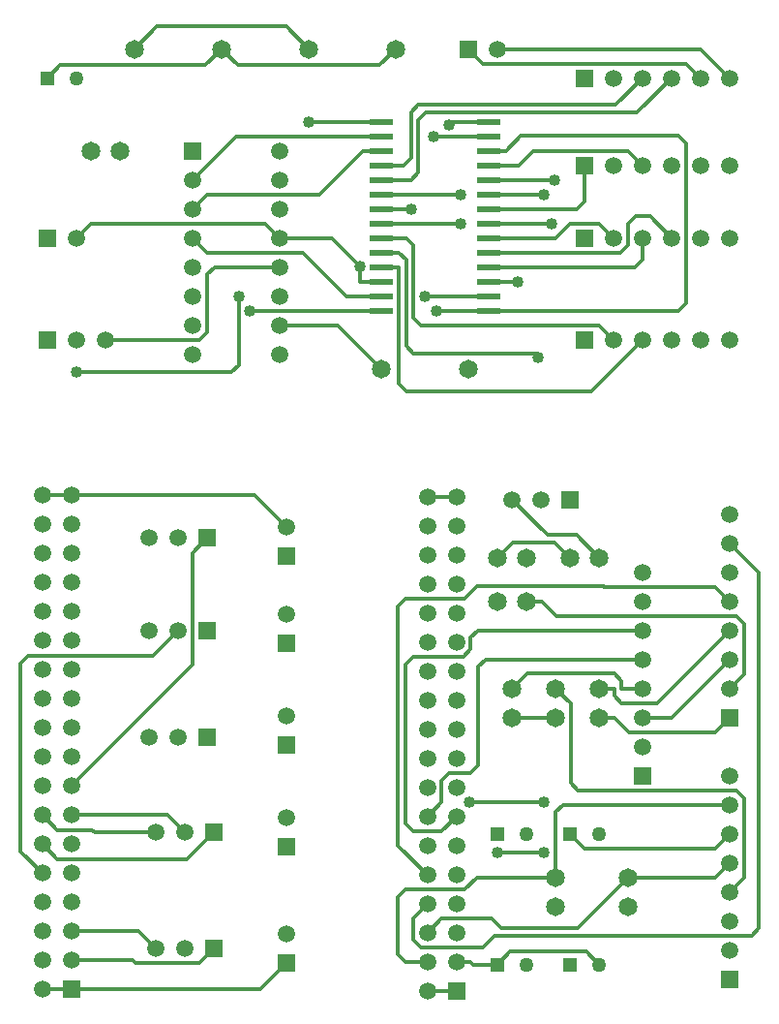
<source format=gbr>
G04 DipTrace 2.4.0.2*
%INTop.gbr*%
%MOIN*%
%ADD13C,0.013*%
%ADD14C,0.065*%
%ADD15C,0.05*%
%ADD16R,0.05X0.05*%
%ADD17R,0.0591X0.0591*%
%ADD18C,0.0591*%
%ADD19R,0.0787X0.0236*%
%ADD20C,0.04*%
%FSLAX44Y44*%
G04*
G70*
G90*
G75*
G01*
%LNTop*%
%LPD*%
X29440Y14940D2*
D13*
X28930Y14430D1*
X25970D1*
X25460Y14940D1*
X24940D1*
X23440D2*
X21940D1*
X20030Y5530D2*
X19030D1*
X29440Y16940D2*
X27440Y14940D1*
X26440D1*
X21440Y20440D2*
X21960Y20960D1*
X23420D1*
X23940Y20440D1*
X20030Y22530D2*
X19030D1*
X17440Y26940D2*
X15940Y28440D1*
X13940D1*
X14940Y37940D2*
X14161Y38720D1*
X9720D1*
X8940Y37940D1*
X19338Y28940D2*
X21141D1*
X14940Y35440D2*
X17440D1*
X21141Y28940D2*
X27670D1*
X27930Y29200D1*
Y34690D1*
X27670Y34950D1*
X22239D1*
X21730Y34440D1*
X21141D1*
X6940Y31440D2*
X7430Y31930D1*
X13450D1*
X13940Y31440D1*
X5940Y36940D2*
X6385Y37385D1*
X11385D1*
X11940Y37940D1*
X16717Y30470D2*
Y29940D1*
X17440D1*
X13940Y31440D2*
X15746D1*
X16717Y30470D1*
X11940Y37940D2*
X12495Y37385D1*
X17385D1*
X17940Y37940D1*
X19250Y34940D2*
X21141D1*
X19780Y35335D2*
X19885Y35440D1*
X21141D1*
X10940Y33440D2*
X12440Y34940D1*
X17440D1*
X10940Y32440D2*
X11430Y32930D1*
X15297D1*
X16807Y34440D1*
X17440D1*
X10940Y31440D2*
X11450Y30930D1*
X14742D1*
X16232Y29440D1*
X17440D1*
X12920Y28940D2*
X17440D1*
X18943Y29440D2*
X21141D1*
X22124Y29940D2*
X21141D1*
X6940Y26815D2*
X12265D1*
X12525Y27075D1*
Y29440D1*
X7940Y27940D2*
X11170D1*
X11430Y28200D1*
Y30180D1*
X11690Y30440D1*
X13940D1*
X18460Y32440D2*
X17440D1*
X20174Y32940D2*
X17440D1*
X26440Y36940D2*
X25513Y36013D1*
X18720D1*
X18460Y35753D1*
Y34200D1*
X18200Y33940D1*
X17440D1*
X27440Y36940D2*
X26253Y35753D1*
X18980D1*
X18720Y35493D1*
Y33700D1*
X18460Y33440D1*
X17440D1*
X24440Y33940D2*
Y32700D1*
X24180Y32440D1*
X21141D1*
X23036Y32940D2*
X21141D1*
X26440Y33940D2*
X25950Y34430D1*
X22658D1*
X22168Y33940D1*
X21141D1*
X23411Y33440D2*
X21141D1*
X23295Y31940D2*
X21141D1*
X25440Y31440D2*
X24950Y31930D1*
X23935D1*
X23445Y31440D1*
X21141D1*
X26440D2*
Y30700D1*
X26180Y30440D1*
X21141D1*
X27440Y31440D2*
X26690Y32190D1*
X26190D1*
X25930Y31930D1*
Y31200D1*
X25670Y30940D1*
X21141D1*
X20180Y31940D2*
X17440D1*
X25440Y27940D2*
X24950Y28430D1*
X18808D1*
X18548Y28690D1*
Y31180D1*
X18289Y31440D1*
X17440D1*
X26440Y27940D2*
X24661Y26161D1*
X18289D1*
X18029Y26420D1*
Y30440D1*
X17440D1*
Y30940D2*
X18029D1*
X18289Y30680D1*
Y27720D1*
X18548Y27460D1*
X22846D1*
Y27315D1*
X29440Y36940D2*
X28440Y37940D1*
X21440D1*
X24940Y6440D2*
X24495Y6885D1*
X21885D1*
X21440Y6440D1*
X20610D1*
X20520Y6530D1*
X20030D1*
X19030D2*
X18280D1*
X18020Y6790D1*
Y8760D1*
X18280Y9020D1*
X20310D1*
X20730Y9440D1*
X23440D1*
Y11680D1*
X23700Y11940D1*
X29440D1*
X23940Y10940D2*
X24450Y10430D1*
X28930D1*
X29440Y10940D1*
X28440Y36940D2*
X27950Y37430D1*
X20950D1*
X20440Y37940D1*
X29440Y9940D2*
X28940Y9440D1*
X25940D1*
X24190Y7690D1*
X21565D1*
X21235Y8020D1*
X19520D1*
X19030Y7530D1*
X23440Y15940D2*
X23960Y15420D1*
Y12690D1*
X24220Y12430D1*
X29670D1*
X29930Y12170D1*
Y9430D1*
X29440Y8940D1*
X24940Y15940D2*
X25460D1*
Y15690D1*
X25720Y15430D1*
X26930D1*
X29440Y17940D1*
X21940Y15940D2*
X22460Y16460D1*
X25460D1*
X25720Y16200D1*
Y15940D1*
X26440D1*
X22440Y18940D2*
X22960D1*
X23470Y18430D1*
X29670D1*
X29930Y18170D1*
Y16430D1*
X29440Y15940D1*
X24940Y20440D2*
X24161Y21220D1*
X23161D1*
X21940Y22440D1*
X21440Y10280D2*
X23045D1*
X29440Y20940D2*
X30450Y19930D1*
Y7690D1*
X30190Y7430D1*
X21345D1*
X20935Y7020D1*
X18800D1*
X18540Y7280D1*
Y8040D1*
X19030Y8530D1*
X29440Y18940D2*
X28950Y19430D1*
X25118D1*
X25089Y19460D1*
X20740D1*
X20301Y19020D1*
X18280D1*
X18020Y18760D1*
Y10540D1*
X19030Y9530D1*
X20472Y12020D2*
X23045D1*
X20030Y11530D2*
X19520Y11020D1*
X18540D1*
X18280Y11280D1*
Y16760D1*
X18540Y17020D1*
X20260D1*
X20520Y17280D1*
Y17680D1*
X20780Y17940D1*
X26440D1*
X19030Y11530D2*
X19520Y12020D1*
Y12760D1*
X19780Y13020D1*
X20520D1*
X20780Y13280D1*
Y16680D1*
X21040Y16940D1*
X26440D1*
X5760Y5580D2*
X6760D1*
X13260D1*
X14170Y6490D1*
X6760Y6580D2*
X8880D1*
X8960Y6500D1*
X11180D1*
X11670Y6990D1*
X5760Y22580D2*
X6760D1*
X13080D1*
X14170Y21490D1*
X9670Y6990D2*
X9080Y7580D1*
X6760D1*
X10440Y17940D2*
X9570Y17070D1*
X5270D1*
X5010Y16811D1*
Y10330D1*
X5760Y9580D1*
X11670Y10990D2*
X10750Y10070D1*
X6270D1*
X5760Y10580D1*
X10670Y10990D2*
X10080Y11580D1*
X6760D1*
X9670Y10990D2*
X7562D1*
X7482Y11070D1*
X6270D1*
X5760Y11580D1*
X11440Y21120D2*
X10930Y20610D1*
Y16750D1*
X6760Y12580D1*
D20*
X19338Y28940D3*
X14940Y35440D3*
X16717Y30470D3*
X19250Y34940D3*
X19780Y35335D3*
X12920Y28940D3*
X18943Y29440D3*
X22124Y29940D3*
X12525Y29440D3*
X6940Y26815D3*
X18460Y32440D3*
X20174Y32940D3*
X23036D3*
X23411Y33440D3*
X23295Y31940D3*
X20180D3*
X22846Y27315D3*
X23045Y10280D3*
X21440D3*
X23045Y12020D3*
X20472D3*
D14*
X14940Y37940D3*
X17940D3*
X8940D3*
X11940D3*
X17440Y26940D3*
X20440D3*
D15*
X6940Y36940D3*
D16*
X5940D3*
D17*
Y27940D3*
D18*
X6940D3*
X7940D3*
D17*
X5940Y31440D3*
D18*
X6940D3*
D17*
X24440Y36940D3*
D18*
X25440D3*
X26440D3*
X27440D3*
X28440D3*
X29440D3*
D17*
X24440Y33940D3*
D18*
X25440D3*
X26440D3*
X27440D3*
X28440D3*
X29440D3*
D17*
X24440Y31440D3*
D18*
X25440D3*
X26440D3*
X27440D3*
X28440D3*
X29440D3*
D17*
X24440Y27940D3*
D18*
X25440D3*
X26440D3*
X27440D3*
X28440D3*
X29440D3*
D17*
X20440Y37940D3*
D18*
X21440D3*
D14*
X7440Y34440D3*
X8440D3*
D19*
X17440Y35440D3*
Y34940D3*
Y34440D3*
Y33940D3*
Y33440D3*
Y32940D3*
Y32440D3*
Y31940D3*
Y31440D3*
Y30940D3*
Y30440D3*
Y29940D3*
Y29440D3*
Y28940D3*
X21141D3*
Y29440D3*
Y29940D3*
Y30440D3*
Y30940D3*
Y31440D3*
Y31940D3*
Y32440D3*
Y32940D3*
Y33440D3*
Y33940D3*
Y34440D3*
Y34940D3*
Y35440D3*
D17*
X10940Y34440D3*
D18*
Y33440D3*
Y32440D3*
Y31440D3*
Y30440D3*
Y29440D3*
Y28440D3*
Y27440D3*
X13940D3*
Y28440D3*
Y29440D3*
Y30440D3*
Y31440D3*
Y32440D3*
Y33440D3*
Y34440D3*
D15*
X24940Y6440D3*
D16*
X23940D3*
D15*
X22440D3*
D16*
X21440D3*
D15*
X22440Y10940D3*
D16*
X21440D3*
D15*
X24940D3*
D16*
X23940D3*
D17*
X29440Y5940D3*
D18*
Y6940D3*
Y7940D3*
Y8940D3*
Y9940D3*
Y10940D3*
Y11940D3*
Y12940D3*
D17*
X20030Y5530D3*
D18*
X19030D3*
X20030Y6530D3*
X19030D3*
X20030Y7530D3*
X19030D3*
X20030Y8530D3*
X19030D3*
X20030Y9530D3*
X19030D3*
X20030Y10530D3*
X19030D3*
X20030Y11530D3*
X19030D3*
X20030Y12530D3*
X19030D3*
X20030Y13530D3*
X19030D3*
X20030Y14530D3*
X19030D3*
X20030Y15530D3*
X19030D3*
X20030Y16530D3*
X19030D3*
X20030Y17530D3*
X19030D3*
X20030Y18530D3*
X19030D3*
X20030Y19530D3*
X19030D3*
X20030Y20530D3*
X19030D3*
X20030Y21530D3*
X19030D3*
X20030Y22530D3*
X19030D3*
D17*
X29440Y14940D3*
D18*
Y15940D3*
Y16940D3*
Y17940D3*
Y18940D3*
Y19940D3*
Y20940D3*
Y21940D3*
D17*
X26440Y12940D3*
D18*
Y13940D3*
Y14940D3*
Y15940D3*
Y16940D3*
Y17940D3*
Y18940D3*
Y19940D3*
D17*
X23940Y22440D3*
D18*
X22940D3*
X21940D3*
D14*
X22440Y20440D3*
X21440D3*
X22440Y18940D3*
X21440D3*
X24940Y20440D3*
X23940D3*
X23440Y14940D3*
Y15940D3*
X24940Y14940D3*
Y15940D3*
X21940Y14940D3*
Y15940D3*
X23440Y8440D3*
Y9440D3*
X25940Y8440D3*
Y9440D3*
D17*
X6760Y5580D3*
D18*
X5760D3*
X6760Y6580D3*
X5760D3*
X6760Y7580D3*
X5760D3*
X6760Y8580D3*
X5760D3*
X6760Y9580D3*
X5760D3*
X6760Y10580D3*
X5760D3*
X6760Y11580D3*
X5760D3*
X6760Y12580D3*
X5760D3*
X6760Y13580D3*
X5760D3*
X6760Y14580D3*
X5760D3*
X6760Y15580D3*
X5760D3*
X6760Y16580D3*
X5760D3*
X6760Y17580D3*
X5760D3*
X6760Y18580D3*
X5760D3*
X6760Y19580D3*
X5760D3*
X6760Y20580D3*
X5760D3*
X6760Y21580D3*
X5760D3*
X6760Y22580D3*
X5760D3*
D17*
X11670Y6990D3*
D18*
X10670D3*
X9670D3*
D17*
X14170Y20490D3*
D18*
Y21490D3*
D17*
X11440Y14260D3*
D18*
X10440D3*
X9440D3*
D17*
X14170Y6490D3*
D18*
Y7490D3*
D17*
X11440Y17940D3*
D18*
X10440D3*
X9440D3*
D17*
X14170Y10490D3*
D18*
Y11490D3*
D17*
X11440Y21120D3*
D18*
X10440D3*
X9440D3*
D17*
X14170Y13990D3*
D18*
Y14990D3*
D17*
X11670Y10990D3*
D18*
X10670D3*
X9670D3*
D17*
X14170Y17490D3*
D18*
Y18490D3*
M02*

</source>
